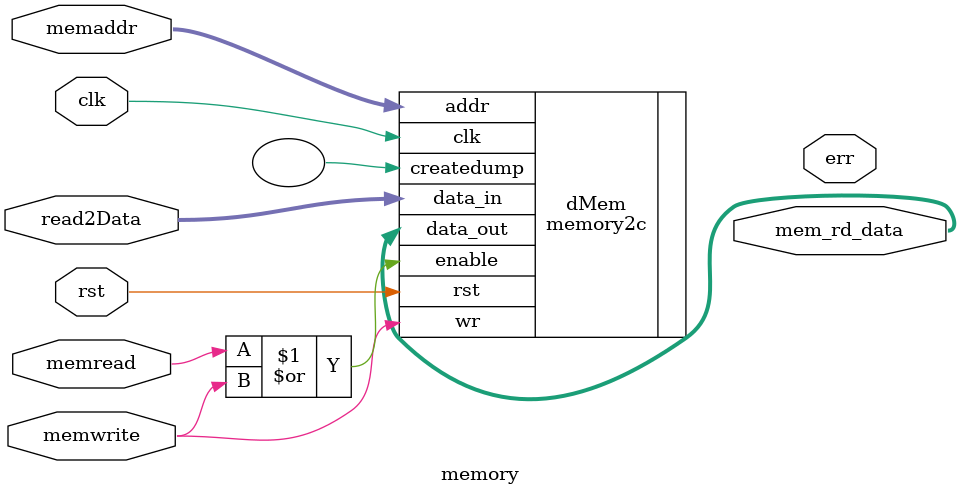
<source format=v>
/*
   CS/ECE 552 Spring '20
  
   Filename        : memory.v
   Description     : This module contains all components in the Memory stage of the 
                     processor.
*/
module memory ( err, mem_rd_data, clk, rst, read2Data, memwrite, memread, memaddr);

   // TODO: Your code here
   
   input clk;
   input rst;
   input [15:0] read2Data;
   input [15:0] memaddr;
   input        memwrite ;
   input        memread ;

   output err;
   output [15:0] mem_rd_data;

//data memory
memory2c dMem(.data_out(mem_rd_data), .data_in(read2Data), .addr(memaddr), .enable(memread | memwrite), .wr(memwrite), .clk(clk), .rst(rst), .createdump());

endmodule

</source>
